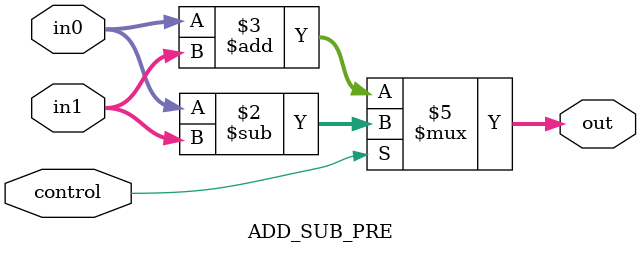
<source format=v>
module ADD_SUB_PRE(
    in0,in1,out,control
);
    parameter WIDTH = 18;
    input [WIDTH-1:0] in0,in1;
    input control;
    output reg [WIDTH-1:0] out;

    always @(*) begin
        if (control) begin
            out = in0 - in1;
        end
        else begin
            out = in0 + in1;
        end
    end

endmodule
</source>
